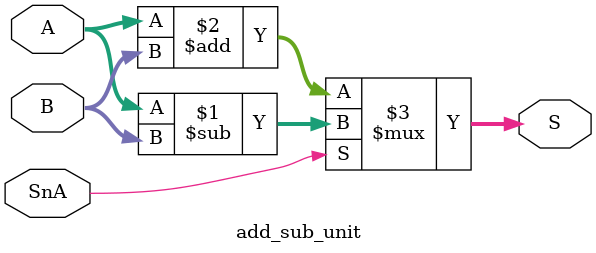
<source format=sv>
module add_sub_unit #(parameter WIDTH = 8)(
  input  signed [WIDTH-1:0] A,
  input  signed [WIDTH-1:0] B,
  input  SnA, 
  output signed [WIDTH-1:0] S
);
  assign S = SnA ? (A - B) : (A + B);
endmodule

</source>
